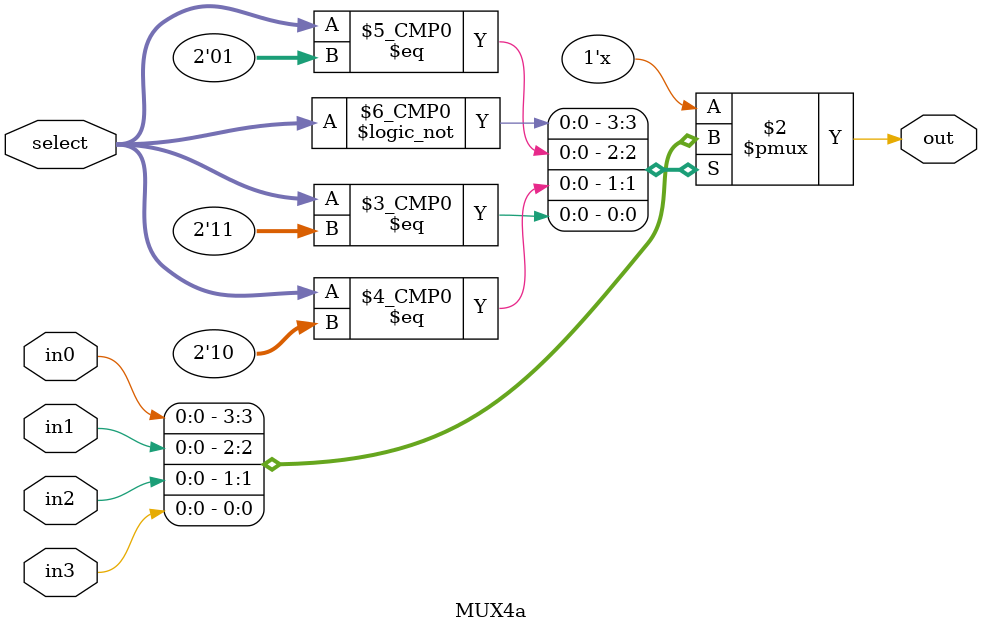
<source format=sv>
module MUX4a(out, in0, in1, in2, in3, select);
  parameter k = 1;
  input [k-1:0] in0, in1, in2, in3;
  output reg [k-1:0] out;
  input [1:0] select; 
  always_comb begin
    case(select)
      0: out = in0;
      1: out = in1;
      2: out = in2;
      3: out = in3;
      default: out = {k{1'bx}};
    endcase
  end
endmodule : MUX4a
</source>
